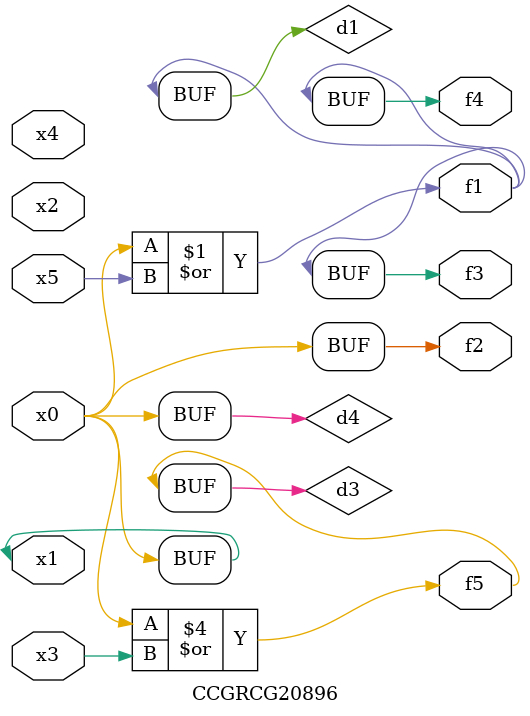
<source format=v>
module CCGRCG20896(
	input x0, x1, x2, x3, x4, x5,
	output f1, f2, f3, f4, f5
);

	wire d1, d2, d3, d4;

	or (d1, x0, x5);
	xnor (d2, x1, x4);
	or (d3, x0, x3);
	buf (d4, x0, x1);
	assign f1 = d1;
	assign f2 = d4;
	assign f3 = d1;
	assign f4 = d1;
	assign f5 = d3;
endmodule

</source>
